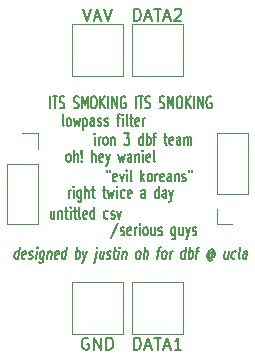
<source format=gbr>
%TF.GenerationSoftware,KiCad,Pcbnew,9.0.7*%
%TF.CreationDate,2026-01-27T19:55:09-08:00*%
%TF.ProjectId,gm_pogopin,676d5f70-6f67-46f7-9069-6e2e6b696361,rev?*%
%TF.SameCoordinates,Original*%
%TF.FileFunction,Legend,Top*%
%TF.FilePolarity,Positive*%
%FSLAX46Y46*%
G04 Gerber Fmt 4.6, Leading zero omitted, Abs format (unit mm)*
G04 Created by KiCad (PCBNEW 9.0.7) date 2026-01-27 19:55:09*
%MOMM*%
%LPD*%
G01*
G04 APERTURE LIST*
%ADD10C,0.140000*%
%ADD11C,0.175000*%
%ADD12C,0.150000*%
%ADD13C,0.120000*%
G04 APERTURE END LIST*
D10*
X149958769Y-88770339D02*
X149958769Y-88103672D01*
X149958769Y-88294148D02*
X149992103Y-88198910D01*
X149992103Y-88198910D02*
X150025436Y-88151291D01*
X150025436Y-88151291D02*
X150092103Y-88103672D01*
X150092103Y-88103672D02*
X150158769Y-88103672D01*
X150392102Y-88770339D02*
X150392102Y-88103672D01*
X150392102Y-87770339D02*
X150358769Y-87817958D01*
X150358769Y-87817958D02*
X150392102Y-87865577D01*
X150392102Y-87865577D02*
X150425436Y-87817958D01*
X150425436Y-87817958D02*
X150392102Y-87770339D01*
X150392102Y-87770339D02*
X150392102Y-87865577D01*
X151025435Y-88103672D02*
X151025435Y-88913196D01*
X151025435Y-88913196D02*
X150992102Y-89008434D01*
X150992102Y-89008434D02*
X150958769Y-89056053D01*
X150958769Y-89056053D02*
X150892102Y-89103672D01*
X150892102Y-89103672D02*
X150792102Y-89103672D01*
X150792102Y-89103672D02*
X150725435Y-89056053D01*
X151025435Y-88722720D02*
X150958769Y-88770339D01*
X150958769Y-88770339D02*
X150825435Y-88770339D01*
X150825435Y-88770339D02*
X150758769Y-88722720D01*
X150758769Y-88722720D02*
X150725435Y-88675100D01*
X150725435Y-88675100D02*
X150692102Y-88579862D01*
X150692102Y-88579862D02*
X150692102Y-88294148D01*
X150692102Y-88294148D02*
X150725435Y-88198910D01*
X150725435Y-88198910D02*
X150758769Y-88151291D01*
X150758769Y-88151291D02*
X150825435Y-88103672D01*
X150825435Y-88103672D02*
X150958769Y-88103672D01*
X150958769Y-88103672D02*
X151025435Y-88151291D01*
X151358768Y-88770339D02*
X151358768Y-87770339D01*
X151658768Y-88770339D02*
X151658768Y-88246529D01*
X151658768Y-88246529D02*
X151625435Y-88151291D01*
X151625435Y-88151291D02*
X151558768Y-88103672D01*
X151558768Y-88103672D02*
X151458768Y-88103672D01*
X151458768Y-88103672D02*
X151392102Y-88151291D01*
X151392102Y-88151291D02*
X151358768Y-88198910D01*
X151892101Y-88103672D02*
X152158768Y-88103672D01*
X151992101Y-87770339D02*
X151992101Y-88627481D01*
X151992101Y-88627481D02*
X152025435Y-88722720D01*
X152025435Y-88722720D02*
X152092101Y-88770339D01*
X152092101Y-88770339D02*
X152158768Y-88770339D01*
X152825434Y-88103672D02*
X153092101Y-88103672D01*
X152925434Y-87770339D02*
X152925434Y-88627481D01*
X152925434Y-88627481D02*
X152958768Y-88722720D01*
X152958768Y-88722720D02*
X153025434Y-88770339D01*
X153025434Y-88770339D02*
X153092101Y-88770339D01*
X153258768Y-88103672D02*
X153392101Y-88770339D01*
X153392101Y-88770339D02*
X153525434Y-88294148D01*
X153525434Y-88294148D02*
X153658768Y-88770339D01*
X153658768Y-88770339D02*
X153792101Y-88103672D01*
X154058767Y-88770339D02*
X154058767Y-88103672D01*
X154058767Y-87770339D02*
X154025434Y-87817958D01*
X154025434Y-87817958D02*
X154058767Y-87865577D01*
X154058767Y-87865577D02*
X154092101Y-87817958D01*
X154092101Y-87817958D02*
X154058767Y-87770339D01*
X154058767Y-87770339D02*
X154058767Y-87865577D01*
X154692100Y-88722720D02*
X154625434Y-88770339D01*
X154625434Y-88770339D02*
X154492100Y-88770339D01*
X154492100Y-88770339D02*
X154425434Y-88722720D01*
X154425434Y-88722720D02*
X154392100Y-88675100D01*
X154392100Y-88675100D02*
X154358767Y-88579862D01*
X154358767Y-88579862D02*
X154358767Y-88294148D01*
X154358767Y-88294148D02*
X154392100Y-88198910D01*
X154392100Y-88198910D02*
X154425434Y-88151291D01*
X154425434Y-88151291D02*
X154492100Y-88103672D01*
X154492100Y-88103672D02*
X154625434Y-88103672D01*
X154625434Y-88103672D02*
X154692100Y-88151291D01*
X155258767Y-88722720D02*
X155192100Y-88770339D01*
X155192100Y-88770339D02*
X155058767Y-88770339D01*
X155058767Y-88770339D02*
X154992100Y-88722720D01*
X154992100Y-88722720D02*
X154958767Y-88627481D01*
X154958767Y-88627481D02*
X154958767Y-88246529D01*
X154958767Y-88246529D02*
X154992100Y-88151291D01*
X154992100Y-88151291D02*
X155058767Y-88103672D01*
X155058767Y-88103672D02*
X155192100Y-88103672D01*
X155192100Y-88103672D02*
X155258767Y-88151291D01*
X155258767Y-88151291D02*
X155292100Y-88246529D01*
X155292100Y-88246529D02*
X155292100Y-88341767D01*
X155292100Y-88341767D02*
X154958767Y-88437005D01*
X156425433Y-88770339D02*
X156425433Y-88246529D01*
X156425433Y-88246529D02*
X156392100Y-88151291D01*
X156392100Y-88151291D02*
X156325433Y-88103672D01*
X156325433Y-88103672D02*
X156192100Y-88103672D01*
X156192100Y-88103672D02*
X156125433Y-88151291D01*
X156425433Y-88722720D02*
X156358767Y-88770339D01*
X156358767Y-88770339D02*
X156192100Y-88770339D01*
X156192100Y-88770339D02*
X156125433Y-88722720D01*
X156125433Y-88722720D02*
X156092100Y-88627481D01*
X156092100Y-88627481D02*
X156092100Y-88532243D01*
X156092100Y-88532243D02*
X156125433Y-88437005D01*
X156125433Y-88437005D02*
X156192100Y-88389386D01*
X156192100Y-88389386D02*
X156358767Y-88389386D01*
X156358767Y-88389386D02*
X156425433Y-88341767D01*
X157592099Y-88770339D02*
X157592099Y-87770339D01*
X157592099Y-88722720D02*
X157525433Y-88770339D01*
X157525433Y-88770339D02*
X157392099Y-88770339D01*
X157392099Y-88770339D02*
X157325433Y-88722720D01*
X157325433Y-88722720D02*
X157292099Y-88675100D01*
X157292099Y-88675100D02*
X157258766Y-88579862D01*
X157258766Y-88579862D02*
X157258766Y-88294148D01*
X157258766Y-88294148D02*
X157292099Y-88198910D01*
X157292099Y-88198910D02*
X157325433Y-88151291D01*
X157325433Y-88151291D02*
X157392099Y-88103672D01*
X157392099Y-88103672D02*
X157525433Y-88103672D01*
X157525433Y-88103672D02*
X157592099Y-88151291D01*
X158225432Y-88770339D02*
X158225432Y-88246529D01*
X158225432Y-88246529D02*
X158192099Y-88151291D01*
X158192099Y-88151291D02*
X158125432Y-88103672D01*
X158125432Y-88103672D02*
X157992099Y-88103672D01*
X157992099Y-88103672D02*
X157925432Y-88151291D01*
X158225432Y-88722720D02*
X158158766Y-88770339D01*
X158158766Y-88770339D02*
X157992099Y-88770339D01*
X157992099Y-88770339D02*
X157925432Y-88722720D01*
X157925432Y-88722720D02*
X157892099Y-88627481D01*
X157892099Y-88627481D02*
X157892099Y-88532243D01*
X157892099Y-88532243D02*
X157925432Y-88437005D01*
X157925432Y-88437005D02*
X157992099Y-88389386D01*
X157992099Y-88389386D02*
X158158766Y-88389386D01*
X158158766Y-88389386D02*
X158225432Y-88341767D01*
X158492099Y-88103672D02*
X158658765Y-88770339D01*
X158825432Y-88103672D02*
X158658765Y-88770339D01*
X158658765Y-88770339D02*
X158592099Y-89008434D01*
X158592099Y-89008434D02*
X158558765Y-89056053D01*
X158558765Y-89056053D02*
X158492099Y-89103672D01*
X153175436Y-86370339D02*
X153175436Y-86560815D01*
X153442103Y-86370339D02*
X153442103Y-86560815D01*
X154008769Y-87322720D02*
X153942102Y-87370339D01*
X153942102Y-87370339D02*
X153808769Y-87370339D01*
X153808769Y-87370339D02*
X153742102Y-87322720D01*
X153742102Y-87322720D02*
X153708769Y-87227481D01*
X153708769Y-87227481D02*
X153708769Y-86846529D01*
X153708769Y-86846529D02*
X153742102Y-86751291D01*
X153742102Y-86751291D02*
X153808769Y-86703672D01*
X153808769Y-86703672D02*
X153942102Y-86703672D01*
X153942102Y-86703672D02*
X154008769Y-86751291D01*
X154008769Y-86751291D02*
X154042102Y-86846529D01*
X154042102Y-86846529D02*
X154042102Y-86941767D01*
X154042102Y-86941767D02*
X153708769Y-87037005D01*
X154275436Y-86703672D02*
X154442102Y-87370339D01*
X154442102Y-87370339D02*
X154608769Y-86703672D01*
X154875435Y-87370339D02*
X154875435Y-86703672D01*
X154875435Y-86370339D02*
X154842102Y-86417958D01*
X154842102Y-86417958D02*
X154875435Y-86465577D01*
X154875435Y-86465577D02*
X154908769Y-86417958D01*
X154908769Y-86417958D02*
X154875435Y-86370339D01*
X154875435Y-86370339D02*
X154875435Y-86465577D01*
X155308768Y-87370339D02*
X155242102Y-87322720D01*
X155242102Y-87322720D02*
X155208768Y-87227481D01*
X155208768Y-87227481D02*
X155208768Y-86370339D01*
X156108768Y-87370339D02*
X156108768Y-86370339D01*
X156175435Y-86989386D02*
X156375435Y-87370339D01*
X156375435Y-86703672D02*
X156108768Y-87084624D01*
X156775435Y-87370339D02*
X156708769Y-87322720D01*
X156708769Y-87322720D02*
X156675435Y-87275100D01*
X156675435Y-87275100D02*
X156642102Y-87179862D01*
X156642102Y-87179862D02*
X156642102Y-86894148D01*
X156642102Y-86894148D02*
X156675435Y-86798910D01*
X156675435Y-86798910D02*
X156708769Y-86751291D01*
X156708769Y-86751291D02*
X156775435Y-86703672D01*
X156775435Y-86703672D02*
X156875435Y-86703672D01*
X156875435Y-86703672D02*
X156942102Y-86751291D01*
X156942102Y-86751291D02*
X156975435Y-86798910D01*
X156975435Y-86798910D02*
X157008769Y-86894148D01*
X157008769Y-86894148D02*
X157008769Y-87179862D01*
X157008769Y-87179862D02*
X156975435Y-87275100D01*
X156975435Y-87275100D02*
X156942102Y-87322720D01*
X156942102Y-87322720D02*
X156875435Y-87370339D01*
X156875435Y-87370339D02*
X156775435Y-87370339D01*
X157308768Y-87370339D02*
X157308768Y-86703672D01*
X157308768Y-86894148D02*
X157342102Y-86798910D01*
X157342102Y-86798910D02*
X157375435Y-86751291D01*
X157375435Y-86751291D02*
X157442102Y-86703672D01*
X157442102Y-86703672D02*
X157508768Y-86703672D01*
X158008768Y-87322720D02*
X157942101Y-87370339D01*
X157942101Y-87370339D02*
X157808768Y-87370339D01*
X157808768Y-87370339D02*
X157742101Y-87322720D01*
X157742101Y-87322720D02*
X157708768Y-87227481D01*
X157708768Y-87227481D02*
X157708768Y-86846529D01*
X157708768Y-86846529D02*
X157742101Y-86751291D01*
X157742101Y-86751291D02*
X157808768Y-86703672D01*
X157808768Y-86703672D02*
X157942101Y-86703672D01*
X157942101Y-86703672D02*
X158008768Y-86751291D01*
X158008768Y-86751291D02*
X158042101Y-86846529D01*
X158042101Y-86846529D02*
X158042101Y-86941767D01*
X158042101Y-86941767D02*
X157708768Y-87037005D01*
X158642101Y-87370339D02*
X158642101Y-86846529D01*
X158642101Y-86846529D02*
X158608768Y-86751291D01*
X158608768Y-86751291D02*
X158542101Y-86703672D01*
X158542101Y-86703672D02*
X158408768Y-86703672D01*
X158408768Y-86703672D02*
X158342101Y-86751291D01*
X158642101Y-87322720D02*
X158575435Y-87370339D01*
X158575435Y-87370339D02*
X158408768Y-87370339D01*
X158408768Y-87370339D02*
X158342101Y-87322720D01*
X158342101Y-87322720D02*
X158308768Y-87227481D01*
X158308768Y-87227481D02*
X158308768Y-87132243D01*
X158308768Y-87132243D02*
X158342101Y-87037005D01*
X158342101Y-87037005D02*
X158408768Y-86989386D01*
X158408768Y-86989386D02*
X158575435Y-86989386D01*
X158575435Y-86989386D02*
X158642101Y-86941767D01*
X158975434Y-86703672D02*
X158975434Y-87370339D01*
X158975434Y-86798910D02*
X159008768Y-86751291D01*
X159008768Y-86751291D02*
X159075434Y-86703672D01*
X159075434Y-86703672D02*
X159175434Y-86703672D01*
X159175434Y-86703672D02*
X159242101Y-86751291D01*
X159242101Y-86751291D02*
X159275434Y-86846529D01*
X159275434Y-86846529D02*
X159275434Y-87370339D01*
X159575434Y-87322720D02*
X159642101Y-87370339D01*
X159642101Y-87370339D02*
X159775434Y-87370339D01*
X159775434Y-87370339D02*
X159842101Y-87322720D01*
X159842101Y-87322720D02*
X159875434Y-87227481D01*
X159875434Y-87227481D02*
X159875434Y-87179862D01*
X159875434Y-87179862D02*
X159842101Y-87084624D01*
X159842101Y-87084624D02*
X159775434Y-87037005D01*
X159775434Y-87037005D02*
X159675434Y-87037005D01*
X159675434Y-87037005D02*
X159608767Y-86989386D01*
X159608767Y-86989386D02*
X159575434Y-86894148D01*
X159575434Y-86894148D02*
X159575434Y-86846529D01*
X159575434Y-86846529D02*
X159608767Y-86751291D01*
X159608767Y-86751291D02*
X159675434Y-86703672D01*
X159675434Y-86703672D02*
X159775434Y-86703672D01*
X159775434Y-86703672D02*
X159842101Y-86751291D01*
X160142101Y-86370339D02*
X160142101Y-86560815D01*
X160408768Y-86370339D02*
X160408768Y-86560815D01*
D11*
X145675843Y-93918519D02*
X145800843Y-92918519D01*
X145681795Y-93870900D02*
X145609176Y-93918519D01*
X145609176Y-93918519D02*
X145475843Y-93918519D01*
X145475843Y-93918519D02*
X145415129Y-93870900D01*
X145415129Y-93870900D02*
X145387748Y-93823280D01*
X145387748Y-93823280D02*
X145366319Y-93728042D01*
X145366319Y-93728042D02*
X145402033Y-93442328D01*
X145402033Y-93442328D02*
X145447271Y-93347090D01*
X145447271Y-93347090D02*
X145486557Y-93299471D01*
X145486557Y-93299471D02*
X145559176Y-93251852D01*
X145559176Y-93251852D02*
X145692509Y-93251852D01*
X145692509Y-93251852D02*
X145753224Y-93299471D01*
X146281795Y-93870900D02*
X146209176Y-93918519D01*
X146209176Y-93918519D02*
X146075842Y-93918519D01*
X146075842Y-93918519D02*
X146015128Y-93870900D01*
X146015128Y-93870900D02*
X145993700Y-93775661D01*
X145993700Y-93775661D02*
X146041319Y-93394709D01*
X146041319Y-93394709D02*
X146086557Y-93299471D01*
X146086557Y-93299471D02*
X146159176Y-93251852D01*
X146159176Y-93251852D02*
X146292509Y-93251852D01*
X146292509Y-93251852D02*
X146353223Y-93299471D01*
X146353223Y-93299471D02*
X146374652Y-93394709D01*
X146374652Y-93394709D02*
X146362747Y-93489947D01*
X146362747Y-93489947D02*
X146017509Y-93585185D01*
X146581795Y-93870900D02*
X146642509Y-93918519D01*
X146642509Y-93918519D02*
X146775842Y-93918519D01*
X146775842Y-93918519D02*
X146848462Y-93870900D01*
X146848462Y-93870900D02*
X146893700Y-93775661D01*
X146893700Y-93775661D02*
X146899652Y-93728042D01*
X146899652Y-93728042D02*
X146878223Y-93632804D01*
X146878223Y-93632804D02*
X146817509Y-93585185D01*
X146817509Y-93585185D02*
X146717509Y-93585185D01*
X146717509Y-93585185D02*
X146656795Y-93537566D01*
X146656795Y-93537566D02*
X146635366Y-93442328D01*
X146635366Y-93442328D02*
X146641319Y-93394709D01*
X146641319Y-93394709D02*
X146686557Y-93299471D01*
X146686557Y-93299471D02*
X146759176Y-93251852D01*
X146759176Y-93251852D02*
X146859176Y-93251852D01*
X146859176Y-93251852D02*
X146919890Y-93299471D01*
X147175843Y-93918519D02*
X147259176Y-93251852D01*
X147300843Y-92918519D02*
X147261557Y-92966138D01*
X147261557Y-92966138D02*
X147288938Y-93013757D01*
X147288938Y-93013757D02*
X147328224Y-92966138D01*
X147328224Y-92966138D02*
X147300843Y-92918519D01*
X147300843Y-92918519D02*
X147288938Y-93013757D01*
X147892509Y-93251852D02*
X147791319Y-94061376D01*
X147791319Y-94061376D02*
X147746081Y-94156614D01*
X147746081Y-94156614D02*
X147706795Y-94204233D01*
X147706795Y-94204233D02*
X147634176Y-94251852D01*
X147634176Y-94251852D02*
X147534176Y-94251852D01*
X147534176Y-94251852D02*
X147473462Y-94204233D01*
X147815128Y-93870900D02*
X147742509Y-93918519D01*
X147742509Y-93918519D02*
X147609176Y-93918519D01*
X147609176Y-93918519D02*
X147548462Y-93870900D01*
X147548462Y-93870900D02*
X147521081Y-93823280D01*
X147521081Y-93823280D02*
X147499652Y-93728042D01*
X147499652Y-93728042D02*
X147535366Y-93442328D01*
X147535366Y-93442328D02*
X147580604Y-93347090D01*
X147580604Y-93347090D02*
X147619890Y-93299471D01*
X147619890Y-93299471D02*
X147692509Y-93251852D01*
X147692509Y-93251852D02*
X147825842Y-93251852D01*
X147825842Y-93251852D02*
X147886557Y-93299471D01*
X148225842Y-93251852D02*
X148142509Y-93918519D01*
X148213937Y-93347090D02*
X148253223Y-93299471D01*
X148253223Y-93299471D02*
X148325842Y-93251852D01*
X148325842Y-93251852D02*
X148425842Y-93251852D01*
X148425842Y-93251852D02*
X148486556Y-93299471D01*
X148486556Y-93299471D02*
X148507985Y-93394709D01*
X148507985Y-93394709D02*
X148442509Y-93918519D01*
X149048461Y-93870900D02*
X148975842Y-93918519D01*
X148975842Y-93918519D02*
X148842508Y-93918519D01*
X148842508Y-93918519D02*
X148781794Y-93870900D01*
X148781794Y-93870900D02*
X148760366Y-93775661D01*
X148760366Y-93775661D02*
X148807985Y-93394709D01*
X148807985Y-93394709D02*
X148853223Y-93299471D01*
X148853223Y-93299471D02*
X148925842Y-93251852D01*
X148925842Y-93251852D02*
X149059175Y-93251852D01*
X149059175Y-93251852D02*
X149119889Y-93299471D01*
X149119889Y-93299471D02*
X149141318Y-93394709D01*
X149141318Y-93394709D02*
X149129413Y-93489947D01*
X149129413Y-93489947D02*
X148784175Y-93585185D01*
X149675842Y-93918519D02*
X149800842Y-92918519D01*
X149681794Y-93870900D02*
X149609175Y-93918519D01*
X149609175Y-93918519D02*
X149475842Y-93918519D01*
X149475842Y-93918519D02*
X149415128Y-93870900D01*
X149415128Y-93870900D02*
X149387747Y-93823280D01*
X149387747Y-93823280D02*
X149366318Y-93728042D01*
X149366318Y-93728042D02*
X149402032Y-93442328D01*
X149402032Y-93442328D02*
X149447270Y-93347090D01*
X149447270Y-93347090D02*
X149486556Y-93299471D01*
X149486556Y-93299471D02*
X149559175Y-93251852D01*
X149559175Y-93251852D02*
X149692508Y-93251852D01*
X149692508Y-93251852D02*
X149753223Y-93299471D01*
X150542508Y-93918519D02*
X150667508Y-92918519D01*
X150619889Y-93299471D02*
X150692508Y-93251852D01*
X150692508Y-93251852D02*
X150825841Y-93251852D01*
X150825841Y-93251852D02*
X150886555Y-93299471D01*
X150886555Y-93299471D02*
X150913936Y-93347090D01*
X150913936Y-93347090D02*
X150935365Y-93442328D01*
X150935365Y-93442328D02*
X150899651Y-93728042D01*
X150899651Y-93728042D02*
X150854413Y-93823280D01*
X150854413Y-93823280D02*
X150815127Y-93870900D01*
X150815127Y-93870900D02*
X150742508Y-93918519D01*
X150742508Y-93918519D02*
X150609174Y-93918519D01*
X150609174Y-93918519D02*
X150548460Y-93870900D01*
X151192507Y-93251852D02*
X151275841Y-93918519D01*
X151525841Y-93251852D02*
X151275841Y-93918519D01*
X151275841Y-93918519D02*
X151179412Y-94156614D01*
X151179412Y-94156614D02*
X151140127Y-94204233D01*
X151140127Y-94204233D02*
X151067507Y-94251852D01*
X152325840Y-93251852D02*
X152218697Y-94108995D01*
X152218697Y-94108995D02*
X152173459Y-94204233D01*
X152173459Y-94204233D02*
X152100840Y-94251852D01*
X152100840Y-94251852D02*
X152067507Y-94251852D01*
X152367507Y-92918519D02*
X152328221Y-92966138D01*
X152328221Y-92966138D02*
X152355602Y-93013757D01*
X152355602Y-93013757D02*
X152394888Y-92966138D01*
X152394888Y-92966138D02*
X152367507Y-92918519D01*
X152367507Y-92918519D02*
X152355602Y-93013757D01*
X152959173Y-93251852D02*
X152875840Y-93918519D01*
X152659173Y-93251852D02*
X152593697Y-93775661D01*
X152593697Y-93775661D02*
X152615126Y-93870900D01*
X152615126Y-93870900D02*
X152675840Y-93918519D01*
X152675840Y-93918519D02*
X152775840Y-93918519D01*
X152775840Y-93918519D02*
X152848459Y-93870900D01*
X152848459Y-93870900D02*
X152887745Y-93823280D01*
X153181792Y-93870900D02*
X153242506Y-93918519D01*
X153242506Y-93918519D02*
X153375839Y-93918519D01*
X153375839Y-93918519D02*
X153448459Y-93870900D01*
X153448459Y-93870900D02*
X153493697Y-93775661D01*
X153493697Y-93775661D02*
X153499649Y-93728042D01*
X153499649Y-93728042D02*
X153478220Y-93632804D01*
X153478220Y-93632804D02*
X153417506Y-93585185D01*
X153417506Y-93585185D02*
X153317506Y-93585185D01*
X153317506Y-93585185D02*
X153256792Y-93537566D01*
X153256792Y-93537566D02*
X153235363Y-93442328D01*
X153235363Y-93442328D02*
X153241316Y-93394709D01*
X153241316Y-93394709D02*
X153286554Y-93299471D01*
X153286554Y-93299471D02*
X153359173Y-93251852D01*
X153359173Y-93251852D02*
X153459173Y-93251852D01*
X153459173Y-93251852D02*
X153519887Y-93299471D01*
X153759173Y-93251852D02*
X154025840Y-93251852D01*
X153900840Y-92918519D02*
X153793697Y-93775661D01*
X153793697Y-93775661D02*
X153815126Y-93870900D01*
X153815126Y-93870900D02*
X153875840Y-93918519D01*
X153875840Y-93918519D02*
X153942506Y-93918519D01*
X154175840Y-93918519D02*
X154259173Y-93251852D01*
X154300840Y-92918519D02*
X154261554Y-92966138D01*
X154261554Y-92966138D02*
X154288935Y-93013757D01*
X154288935Y-93013757D02*
X154328221Y-92966138D01*
X154328221Y-92966138D02*
X154300840Y-92918519D01*
X154300840Y-92918519D02*
X154288935Y-93013757D01*
X154592506Y-93251852D02*
X154509173Y-93918519D01*
X154580601Y-93347090D02*
X154619887Y-93299471D01*
X154619887Y-93299471D02*
X154692506Y-93251852D01*
X154692506Y-93251852D02*
X154792506Y-93251852D01*
X154792506Y-93251852D02*
X154853220Y-93299471D01*
X154853220Y-93299471D02*
X154874649Y-93394709D01*
X154874649Y-93394709D02*
X154809173Y-93918519D01*
X155775839Y-93918519D02*
X155715125Y-93870900D01*
X155715125Y-93870900D02*
X155687744Y-93823280D01*
X155687744Y-93823280D02*
X155666315Y-93728042D01*
X155666315Y-93728042D02*
X155702029Y-93442328D01*
X155702029Y-93442328D02*
X155747267Y-93347090D01*
X155747267Y-93347090D02*
X155786553Y-93299471D01*
X155786553Y-93299471D02*
X155859172Y-93251852D01*
X155859172Y-93251852D02*
X155959172Y-93251852D01*
X155959172Y-93251852D02*
X156019886Y-93299471D01*
X156019886Y-93299471D02*
X156047267Y-93347090D01*
X156047267Y-93347090D02*
X156068696Y-93442328D01*
X156068696Y-93442328D02*
X156032982Y-93728042D01*
X156032982Y-93728042D02*
X155987744Y-93823280D01*
X155987744Y-93823280D02*
X155948458Y-93870900D01*
X155948458Y-93870900D02*
X155875839Y-93918519D01*
X155875839Y-93918519D02*
X155775839Y-93918519D01*
X156309172Y-93918519D02*
X156434172Y-92918519D01*
X156609172Y-93918519D02*
X156674648Y-93394709D01*
X156674648Y-93394709D02*
X156653219Y-93299471D01*
X156653219Y-93299471D02*
X156592505Y-93251852D01*
X156592505Y-93251852D02*
X156492505Y-93251852D01*
X156492505Y-93251852D02*
X156419886Y-93299471D01*
X156419886Y-93299471D02*
X156380600Y-93347090D01*
X157459171Y-93251852D02*
X157725838Y-93251852D01*
X157475838Y-93918519D02*
X157582981Y-93061376D01*
X157582981Y-93061376D02*
X157628219Y-92966138D01*
X157628219Y-92966138D02*
X157700838Y-92918519D01*
X157700838Y-92918519D02*
X157767504Y-92918519D01*
X157975838Y-93918519D02*
X157915124Y-93870900D01*
X157915124Y-93870900D02*
X157887743Y-93823280D01*
X157887743Y-93823280D02*
X157866314Y-93728042D01*
X157866314Y-93728042D02*
X157902028Y-93442328D01*
X157902028Y-93442328D02*
X157947266Y-93347090D01*
X157947266Y-93347090D02*
X157986552Y-93299471D01*
X157986552Y-93299471D02*
X158059171Y-93251852D01*
X158059171Y-93251852D02*
X158159171Y-93251852D01*
X158159171Y-93251852D02*
X158219885Y-93299471D01*
X158219885Y-93299471D02*
X158247266Y-93347090D01*
X158247266Y-93347090D02*
X158268695Y-93442328D01*
X158268695Y-93442328D02*
X158232981Y-93728042D01*
X158232981Y-93728042D02*
X158187743Y-93823280D01*
X158187743Y-93823280D02*
X158148457Y-93870900D01*
X158148457Y-93870900D02*
X158075838Y-93918519D01*
X158075838Y-93918519D02*
X157975838Y-93918519D01*
X158509171Y-93918519D02*
X158592504Y-93251852D01*
X158568695Y-93442328D02*
X158613933Y-93347090D01*
X158613933Y-93347090D02*
X158653218Y-93299471D01*
X158653218Y-93299471D02*
X158725837Y-93251852D01*
X158725837Y-93251852D02*
X158792504Y-93251852D01*
X159775837Y-93918519D02*
X159900837Y-92918519D01*
X159781789Y-93870900D02*
X159709170Y-93918519D01*
X159709170Y-93918519D02*
X159575837Y-93918519D01*
X159575837Y-93918519D02*
X159515123Y-93870900D01*
X159515123Y-93870900D02*
X159487742Y-93823280D01*
X159487742Y-93823280D02*
X159466313Y-93728042D01*
X159466313Y-93728042D02*
X159502027Y-93442328D01*
X159502027Y-93442328D02*
X159547265Y-93347090D01*
X159547265Y-93347090D02*
X159586551Y-93299471D01*
X159586551Y-93299471D02*
X159659170Y-93251852D01*
X159659170Y-93251852D02*
X159792503Y-93251852D01*
X159792503Y-93251852D02*
X159853218Y-93299471D01*
X160109170Y-93918519D02*
X160234170Y-92918519D01*
X160186551Y-93299471D02*
X160259170Y-93251852D01*
X160259170Y-93251852D02*
X160392503Y-93251852D01*
X160392503Y-93251852D02*
X160453217Y-93299471D01*
X160453217Y-93299471D02*
X160480598Y-93347090D01*
X160480598Y-93347090D02*
X160502027Y-93442328D01*
X160502027Y-93442328D02*
X160466313Y-93728042D01*
X160466313Y-93728042D02*
X160421075Y-93823280D01*
X160421075Y-93823280D02*
X160381789Y-93870900D01*
X160381789Y-93870900D02*
X160309170Y-93918519D01*
X160309170Y-93918519D02*
X160175836Y-93918519D01*
X160175836Y-93918519D02*
X160115122Y-93870900D01*
X160725836Y-93251852D02*
X160992503Y-93251852D01*
X160742503Y-93918519D02*
X160849646Y-93061376D01*
X160849646Y-93061376D02*
X160894884Y-92966138D01*
X160894884Y-92966138D02*
X160967503Y-92918519D01*
X160967503Y-92918519D02*
X161034169Y-92918519D01*
X162168693Y-93442328D02*
X162141312Y-93394709D01*
X162141312Y-93394709D02*
X162080598Y-93347090D01*
X162080598Y-93347090D02*
X162013931Y-93347090D01*
X162013931Y-93347090D02*
X161941312Y-93394709D01*
X161941312Y-93394709D02*
X161902026Y-93442328D01*
X161902026Y-93442328D02*
X161856788Y-93537566D01*
X161856788Y-93537566D02*
X161844883Y-93632804D01*
X161844883Y-93632804D02*
X161866312Y-93728042D01*
X161866312Y-93728042D02*
X161893693Y-93775661D01*
X161893693Y-93775661D02*
X161954407Y-93823280D01*
X161954407Y-93823280D02*
X162021074Y-93823280D01*
X162021074Y-93823280D02*
X162093693Y-93775661D01*
X162093693Y-93775661D02*
X162132979Y-93728042D01*
X162180598Y-93347090D02*
X162132979Y-93728042D01*
X162132979Y-93728042D02*
X162160360Y-93775661D01*
X162160360Y-93775661D02*
X162193693Y-93775661D01*
X162193693Y-93775661D02*
X162266312Y-93728042D01*
X162266312Y-93728042D02*
X162311550Y-93632804D01*
X162311550Y-93632804D02*
X162341312Y-93394709D01*
X162341312Y-93394709D02*
X162292502Y-93251852D01*
X162292502Y-93251852D02*
X162204407Y-93156614D01*
X162204407Y-93156614D02*
X162077026Y-93108995D01*
X162077026Y-93108995D02*
X161937741Y-93156614D01*
X161937741Y-93156614D02*
X161825836Y-93251852D01*
X161825836Y-93251852D02*
X161741312Y-93394709D01*
X161741312Y-93394709D02*
X161684169Y-93585185D01*
X161684169Y-93585185D02*
X161693693Y-93775661D01*
X161693693Y-93775661D02*
X161742502Y-93918519D01*
X161742502Y-93918519D02*
X161830598Y-94013757D01*
X161830598Y-94013757D02*
X161957979Y-94061376D01*
X161957979Y-94061376D02*
X162097264Y-94013757D01*
X162097264Y-94013757D02*
X162209169Y-93918519D01*
X163492502Y-93251852D02*
X163409169Y-93918519D01*
X163192502Y-93251852D02*
X163127026Y-93775661D01*
X163127026Y-93775661D02*
X163148455Y-93870900D01*
X163148455Y-93870900D02*
X163209169Y-93918519D01*
X163209169Y-93918519D02*
X163309169Y-93918519D01*
X163309169Y-93918519D02*
X163381788Y-93870900D01*
X163381788Y-93870900D02*
X163421074Y-93823280D01*
X164048454Y-93870900D02*
X163975835Y-93918519D01*
X163975835Y-93918519D02*
X163842502Y-93918519D01*
X163842502Y-93918519D02*
X163781788Y-93870900D01*
X163781788Y-93870900D02*
X163754407Y-93823280D01*
X163754407Y-93823280D02*
X163732978Y-93728042D01*
X163732978Y-93728042D02*
X163768692Y-93442328D01*
X163768692Y-93442328D02*
X163813930Y-93347090D01*
X163813930Y-93347090D02*
X163853216Y-93299471D01*
X163853216Y-93299471D02*
X163925835Y-93251852D01*
X163925835Y-93251852D02*
X164059168Y-93251852D01*
X164059168Y-93251852D02*
X164119883Y-93299471D01*
X164442502Y-93918519D02*
X164381788Y-93870900D01*
X164381788Y-93870900D02*
X164360359Y-93775661D01*
X164360359Y-93775661D02*
X164467502Y-92918519D01*
X165009169Y-93918519D02*
X165074645Y-93394709D01*
X165074645Y-93394709D02*
X165053216Y-93299471D01*
X165053216Y-93299471D02*
X164992502Y-93251852D01*
X164992502Y-93251852D02*
X164859169Y-93251852D01*
X164859169Y-93251852D02*
X164786550Y-93299471D01*
X165015121Y-93870900D02*
X164942502Y-93918519D01*
X164942502Y-93918519D02*
X164775835Y-93918519D01*
X164775835Y-93918519D02*
X164715121Y-93870900D01*
X164715121Y-93870900D02*
X164693693Y-93775661D01*
X164693693Y-93775661D02*
X164705597Y-93680423D01*
X164705597Y-93680423D02*
X164750835Y-93585185D01*
X164750835Y-93585185D02*
X164823455Y-93537566D01*
X164823455Y-93537566D02*
X164990121Y-93537566D01*
X164990121Y-93537566D02*
X165062740Y-93489947D01*
D10*
X149908769Y-85720339D02*
X149842103Y-85672720D01*
X149842103Y-85672720D02*
X149808769Y-85625100D01*
X149808769Y-85625100D02*
X149775436Y-85529862D01*
X149775436Y-85529862D02*
X149775436Y-85244148D01*
X149775436Y-85244148D02*
X149808769Y-85148910D01*
X149808769Y-85148910D02*
X149842103Y-85101291D01*
X149842103Y-85101291D02*
X149908769Y-85053672D01*
X149908769Y-85053672D02*
X150008769Y-85053672D01*
X150008769Y-85053672D02*
X150075436Y-85101291D01*
X150075436Y-85101291D02*
X150108769Y-85148910D01*
X150108769Y-85148910D02*
X150142103Y-85244148D01*
X150142103Y-85244148D02*
X150142103Y-85529862D01*
X150142103Y-85529862D02*
X150108769Y-85625100D01*
X150108769Y-85625100D02*
X150075436Y-85672720D01*
X150075436Y-85672720D02*
X150008769Y-85720339D01*
X150008769Y-85720339D02*
X149908769Y-85720339D01*
X150442102Y-85720339D02*
X150442102Y-84720339D01*
X150742102Y-85720339D02*
X150742102Y-85196529D01*
X150742102Y-85196529D02*
X150708769Y-85101291D01*
X150708769Y-85101291D02*
X150642102Y-85053672D01*
X150642102Y-85053672D02*
X150542102Y-85053672D01*
X150542102Y-85053672D02*
X150475436Y-85101291D01*
X150475436Y-85101291D02*
X150442102Y-85148910D01*
X151075435Y-85625100D02*
X151108769Y-85672720D01*
X151108769Y-85672720D02*
X151075435Y-85720339D01*
X151075435Y-85720339D02*
X151042102Y-85672720D01*
X151042102Y-85672720D02*
X151075435Y-85625100D01*
X151075435Y-85625100D02*
X151075435Y-85720339D01*
X151075435Y-85339386D02*
X151042102Y-84767958D01*
X151042102Y-84767958D02*
X151075435Y-84720339D01*
X151075435Y-84720339D02*
X151108769Y-84767958D01*
X151108769Y-84767958D02*
X151075435Y-85339386D01*
X151075435Y-85339386D02*
X151075435Y-84720339D01*
X151942101Y-85720339D02*
X151942101Y-84720339D01*
X152242101Y-85720339D02*
X152242101Y-85196529D01*
X152242101Y-85196529D02*
X152208768Y-85101291D01*
X152208768Y-85101291D02*
X152142101Y-85053672D01*
X152142101Y-85053672D02*
X152042101Y-85053672D01*
X152042101Y-85053672D02*
X151975435Y-85101291D01*
X151975435Y-85101291D02*
X151942101Y-85148910D01*
X152842101Y-85672720D02*
X152775434Y-85720339D01*
X152775434Y-85720339D02*
X152642101Y-85720339D01*
X152642101Y-85720339D02*
X152575434Y-85672720D01*
X152575434Y-85672720D02*
X152542101Y-85577481D01*
X152542101Y-85577481D02*
X152542101Y-85196529D01*
X152542101Y-85196529D02*
X152575434Y-85101291D01*
X152575434Y-85101291D02*
X152642101Y-85053672D01*
X152642101Y-85053672D02*
X152775434Y-85053672D01*
X152775434Y-85053672D02*
X152842101Y-85101291D01*
X152842101Y-85101291D02*
X152875434Y-85196529D01*
X152875434Y-85196529D02*
X152875434Y-85291767D01*
X152875434Y-85291767D02*
X152542101Y-85387005D01*
X153108768Y-85053672D02*
X153275434Y-85720339D01*
X153442101Y-85053672D02*
X153275434Y-85720339D01*
X153275434Y-85720339D02*
X153208768Y-85958434D01*
X153208768Y-85958434D02*
X153175434Y-86006053D01*
X153175434Y-86006053D02*
X153108768Y-86053672D01*
X154175434Y-85053672D02*
X154308767Y-85720339D01*
X154308767Y-85720339D02*
X154442100Y-85244148D01*
X154442100Y-85244148D02*
X154575434Y-85720339D01*
X154575434Y-85720339D02*
X154708767Y-85053672D01*
X155275433Y-85720339D02*
X155275433Y-85196529D01*
X155275433Y-85196529D02*
X155242100Y-85101291D01*
X155242100Y-85101291D02*
X155175433Y-85053672D01*
X155175433Y-85053672D02*
X155042100Y-85053672D01*
X155042100Y-85053672D02*
X154975433Y-85101291D01*
X155275433Y-85672720D02*
X155208767Y-85720339D01*
X155208767Y-85720339D02*
X155042100Y-85720339D01*
X155042100Y-85720339D02*
X154975433Y-85672720D01*
X154975433Y-85672720D02*
X154942100Y-85577481D01*
X154942100Y-85577481D02*
X154942100Y-85482243D01*
X154942100Y-85482243D02*
X154975433Y-85387005D01*
X154975433Y-85387005D02*
X155042100Y-85339386D01*
X155042100Y-85339386D02*
X155208767Y-85339386D01*
X155208767Y-85339386D02*
X155275433Y-85291767D01*
X155608766Y-85053672D02*
X155608766Y-85720339D01*
X155608766Y-85148910D02*
X155642100Y-85101291D01*
X155642100Y-85101291D02*
X155708766Y-85053672D01*
X155708766Y-85053672D02*
X155808766Y-85053672D01*
X155808766Y-85053672D02*
X155875433Y-85101291D01*
X155875433Y-85101291D02*
X155908766Y-85196529D01*
X155908766Y-85196529D02*
X155908766Y-85720339D01*
X156242099Y-85720339D02*
X156242099Y-85053672D01*
X156242099Y-84720339D02*
X156208766Y-84767958D01*
X156208766Y-84767958D02*
X156242099Y-84815577D01*
X156242099Y-84815577D02*
X156275433Y-84767958D01*
X156275433Y-84767958D02*
X156242099Y-84720339D01*
X156242099Y-84720339D02*
X156242099Y-84815577D01*
X156842099Y-85672720D02*
X156775432Y-85720339D01*
X156775432Y-85720339D02*
X156642099Y-85720339D01*
X156642099Y-85720339D02*
X156575432Y-85672720D01*
X156575432Y-85672720D02*
X156542099Y-85577481D01*
X156542099Y-85577481D02*
X156542099Y-85196529D01*
X156542099Y-85196529D02*
X156575432Y-85101291D01*
X156575432Y-85101291D02*
X156642099Y-85053672D01*
X156642099Y-85053672D02*
X156775432Y-85053672D01*
X156775432Y-85053672D02*
X156842099Y-85101291D01*
X156842099Y-85101291D02*
X156875432Y-85196529D01*
X156875432Y-85196529D02*
X156875432Y-85291767D01*
X156875432Y-85291767D02*
X156542099Y-85387005D01*
X157275432Y-85720339D02*
X157208766Y-85672720D01*
X157208766Y-85672720D02*
X157175432Y-85577481D01*
X157175432Y-85577481D02*
X157175432Y-84720339D01*
X148758769Y-89853672D02*
X148758769Y-90520339D01*
X148458769Y-89853672D02*
X148458769Y-90377481D01*
X148458769Y-90377481D02*
X148492103Y-90472720D01*
X148492103Y-90472720D02*
X148558769Y-90520339D01*
X148558769Y-90520339D02*
X148658769Y-90520339D01*
X148658769Y-90520339D02*
X148725436Y-90472720D01*
X148725436Y-90472720D02*
X148758769Y-90425100D01*
X149092102Y-89853672D02*
X149092102Y-90520339D01*
X149092102Y-89948910D02*
X149125436Y-89901291D01*
X149125436Y-89901291D02*
X149192102Y-89853672D01*
X149192102Y-89853672D02*
X149292102Y-89853672D01*
X149292102Y-89853672D02*
X149358769Y-89901291D01*
X149358769Y-89901291D02*
X149392102Y-89996529D01*
X149392102Y-89996529D02*
X149392102Y-90520339D01*
X149625435Y-89853672D02*
X149892102Y-89853672D01*
X149725435Y-89520339D02*
X149725435Y-90377481D01*
X149725435Y-90377481D02*
X149758769Y-90472720D01*
X149758769Y-90472720D02*
X149825435Y-90520339D01*
X149825435Y-90520339D02*
X149892102Y-90520339D01*
X150125435Y-90520339D02*
X150125435Y-89853672D01*
X150125435Y-89520339D02*
X150092102Y-89567958D01*
X150092102Y-89567958D02*
X150125435Y-89615577D01*
X150125435Y-89615577D02*
X150158769Y-89567958D01*
X150158769Y-89567958D02*
X150125435Y-89520339D01*
X150125435Y-89520339D02*
X150125435Y-89615577D01*
X150358768Y-89853672D02*
X150625435Y-89853672D01*
X150458768Y-89520339D02*
X150458768Y-90377481D01*
X150458768Y-90377481D02*
X150492102Y-90472720D01*
X150492102Y-90472720D02*
X150558768Y-90520339D01*
X150558768Y-90520339D02*
X150625435Y-90520339D01*
X150958768Y-90520339D02*
X150892102Y-90472720D01*
X150892102Y-90472720D02*
X150858768Y-90377481D01*
X150858768Y-90377481D02*
X150858768Y-89520339D01*
X151492102Y-90472720D02*
X151425435Y-90520339D01*
X151425435Y-90520339D02*
X151292102Y-90520339D01*
X151292102Y-90520339D02*
X151225435Y-90472720D01*
X151225435Y-90472720D02*
X151192102Y-90377481D01*
X151192102Y-90377481D02*
X151192102Y-89996529D01*
X151192102Y-89996529D02*
X151225435Y-89901291D01*
X151225435Y-89901291D02*
X151292102Y-89853672D01*
X151292102Y-89853672D02*
X151425435Y-89853672D01*
X151425435Y-89853672D02*
X151492102Y-89901291D01*
X151492102Y-89901291D02*
X151525435Y-89996529D01*
X151525435Y-89996529D02*
X151525435Y-90091767D01*
X151525435Y-90091767D02*
X151192102Y-90187005D01*
X152125435Y-90520339D02*
X152125435Y-89520339D01*
X152125435Y-90472720D02*
X152058769Y-90520339D01*
X152058769Y-90520339D02*
X151925435Y-90520339D01*
X151925435Y-90520339D02*
X151858769Y-90472720D01*
X151858769Y-90472720D02*
X151825435Y-90425100D01*
X151825435Y-90425100D02*
X151792102Y-90329862D01*
X151792102Y-90329862D02*
X151792102Y-90044148D01*
X151792102Y-90044148D02*
X151825435Y-89948910D01*
X151825435Y-89948910D02*
X151858769Y-89901291D01*
X151858769Y-89901291D02*
X151925435Y-89853672D01*
X151925435Y-89853672D02*
X152058769Y-89853672D01*
X152058769Y-89853672D02*
X152125435Y-89901291D01*
X153292101Y-90472720D02*
X153225435Y-90520339D01*
X153225435Y-90520339D02*
X153092101Y-90520339D01*
X153092101Y-90520339D02*
X153025435Y-90472720D01*
X153025435Y-90472720D02*
X152992101Y-90425100D01*
X152992101Y-90425100D02*
X152958768Y-90329862D01*
X152958768Y-90329862D02*
X152958768Y-90044148D01*
X152958768Y-90044148D02*
X152992101Y-89948910D01*
X152992101Y-89948910D02*
X153025435Y-89901291D01*
X153025435Y-89901291D02*
X153092101Y-89853672D01*
X153092101Y-89853672D02*
X153225435Y-89853672D01*
X153225435Y-89853672D02*
X153292101Y-89901291D01*
X153558768Y-90472720D02*
X153625435Y-90520339D01*
X153625435Y-90520339D02*
X153758768Y-90520339D01*
X153758768Y-90520339D02*
X153825435Y-90472720D01*
X153825435Y-90472720D02*
X153858768Y-90377481D01*
X153858768Y-90377481D02*
X153858768Y-90329862D01*
X153858768Y-90329862D02*
X153825435Y-90234624D01*
X153825435Y-90234624D02*
X153758768Y-90187005D01*
X153758768Y-90187005D02*
X153658768Y-90187005D01*
X153658768Y-90187005D02*
X153592101Y-90139386D01*
X153592101Y-90139386D02*
X153558768Y-90044148D01*
X153558768Y-90044148D02*
X153558768Y-89996529D01*
X153558768Y-89996529D02*
X153592101Y-89901291D01*
X153592101Y-89901291D02*
X153658768Y-89853672D01*
X153658768Y-89853672D02*
X153758768Y-89853672D01*
X153758768Y-89853672D02*
X153825435Y-89901291D01*
X154092102Y-89853672D02*
X154258768Y-90520339D01*
X154258768Y-90520339D02*
X154425435Y-89853672D01*
X152158769Y-84270339D02*
X152158769Y-83603672D01*
X152158769Y-83270339D02*
X152125436Y-83317958D01*
X152125436Y-83317958D02*
X152158769Y-83365577D01*
X152158769Y-83365577D02*
X152192103Y-83317958D01*
X152192103Y-83317958D02*
X152158769Y-83270339D01*
X152158769Y-83270339D02*
X152158769Y-83365577D01*
X152492102Y-84270339D02*
X152492102Y-83603672D01*
X152492102Y-83794148D02*
X152525436Y-83698910D01*
X152525436Y-83698910D02*
X152558769Y-83651291D01*
X152558769Y-83651291D02*
X152625436Y-83603672D01*
X152625436Y-83603672D02*
X152692102Y-83603672D01*
X153025435Y-84270339D02*
X152958769Y-84222720D01*
X152958769Y-84222720D02*
X152925435Y-84175100D01*
X152925435Y-84175100D02*
X152892102Y-84079862D01*
X152892102Y-84079862D02*
X152892102Y-83794148D01*
X152892102Y-83794148D02*
X152925435Y-83698910D01*
X152925435Y-83698910D02*
X152958769Y-83651291D01*
X152958769Y-83651291D02*
X153025435Y-83603672D01*
X153025435Y-83603672D02*
X153125435Y-83603672D01*
X153125435Y-83603672D02*
X153192102Y-83651291D01*
X153192102Y-83651291D02*
X153225435Y-83698910D01*
X153225435Y-83698910D02*
X153258769Y-83794148D01*
X153258769Y-83794148D02*
X153258769Y-84079862D01*
X153258769Y-84079862D02*
X153225435Y-84175100D01*
X153225435Y-84175100D02*
X153192102Y-84222720D01*
X153192102Y-84222720D02*
X153125435Y-84270339D01*
X153125435Y-84270339D02*
X153025435Y-84270339D01*
X153558768Y-83603672D02*
X153558768Y-84270339D01*
X153558768Y-83698910D02*
X153592102Y-83651291D01*
X153592102Y-83651291D02*
X153658768Y-83603672D01*
X153658768Y-83603672D02*
X153758768Y-83603672D01*
X153758768Y-83603672D02*
X153825435Y-83651291D01*
X153825435Y-83651291D02*
X153858768Y-83746529D01*
X153858768Y-83746529D02*
X153858768Y-84270339D01*
X154658768Y-83270339D02*
X155092101Y-83270339D01*
X155092101Y-83270339D02*
X154858768Y-83651291D01*
X154858768Y-83651291D02*
X154958768Y-83651291D01*
X154958768Y-83651291D02*
X155025434Y-83698910D01*
X155025434Y-83698910D02*
X155058768Y-83746529D01*
X155058768Y-83746529D02*
X155092101Y-83841767D01*
X155092101Y-83841767D02*
X155092101Y-84079862D01*
X155092101Y-84079862D02*
X155058768Y-84175100D01*
X155058768Y-84175100D02*
X155025434Y-84222720D01*
X155025434Y-84222720D02*
X154958768Y-84270339D01*
X154958768Y-84270339D02*
X154758768Y-84270339D01*
X154758768Y-84270339D02*
X154692101Y-84222720D01*
X154692101Y-84222720D02*
X154658768Y-84175100D01*
X156225434Y-84270339D02*
X156225434Y-83270339D01*
X156225434Y-84222720D02*
X156158768Y-84270339D01*
X156158768Y-84270339D02*
X156025434Y-84270339D01*
X156025434Y-84270339D02*
X155958768Y-84222720D01*
X155958768Y-84222720D02*
X155925434Y-84175100D01*
X155925434Y-84175100D02*
X155892101Y-84079862D01*
X155892101Y-84079862D02*
X155892101Y-83794148D01*
X155892101Y-83794148D02*
X155925434Y-83698910D01*
X155925434Y-83698910D02*
X155958768Y-83651291D01*
X155958768Y-83651291D02*
X156025434Y-83603672D01*
X156025434Y-83603672D02*
X156158768Y-83603672D01*
X156158768Y-83603672D02*
X156225434Y-83651291D01*
X156558767Y-84270339D02*
X156558767Y-83270339D01*
X156558767Y-83651291D02*
X156625434Y-83603672D01*
X156625434Y-83603672D02*
X156758767Y-83603672D01*
X156758767Y-83603672D02*
X156825434Y-83651291D01*
X156825434Y-83651291D02*
X156858767Y-83698910D01*
X156858767Y-83698910D02*
X156892101Y-83794148D01*
X156892101Y-83794148D02*
X156892101Y-84079862D01*
X156892101Y-84079862D02*
X156858767Y-84175100D01*
X156858767Y-84175100D02*
X156825434Y-84222720D01*
X156825434Y-84222720D02*
X156758767Y-84270339D01*
X156758767Y-84270339D02*
X156625434Y-84270339D01*
X156625434Y-84270339D02*
X156558767Y-84222720D01*
X157092100Y-83603672D02*
X157358767Y-83603672D01*
X157192100Y-84270339D02*
X157192100Y-83413196D01*
X157192100Y-83413196D02*
X157225434Y-83317958D01*
X157225434Y-83317958D02*
X157292100Y-83270339D01*
X157292100Y-83270339D02*
X157358767Y-83270339D01*
X158025433Y-83603672D02*
X158292100Y-83603672D01*
X158125433Y-83270339D02*
X158125433Y-84127481D01*
X158125433Y-84127481D02*
X158158767Y-84222720D01*
X158158767Y-84222720D02*
X158225433Y-84270339D01*
X158225433Y-84270339D02*
X158292100Y-84270339D01*
X158792100Y-84222720D02*
X158725433Y-84270339D01*
X158725433Y-84270339D02*
X158592100Y-84270339D01*
X158592100Y-84270339D02*
X158525433Y-84222720D01*
X158525433Y-84222720D02*
X158492100Y-84127481D01*
X158492100Y-84127481D02*
X158492100Y-83746529D01*
X158492100Y-83746529D02*
X158525433Y-83651291D01*
X158525433Y-83651291D02*
X158592100Y-83603672D01*
X158592100Y-83603672D02*
X158725433Y-83603672D01*
X158725433Y-83603672D02*
X158792100Y-83651291D01*
X158792100Y-83651291D02*
X158825433Y-83746529D01*
X158825433Y-83746529D02*
X158825433Y-83841767D01*
X158825433Y-83841767D02*
X158492100Y-83937005D01*
X159425433Y-84270339D02*
X159425433Y-83746529D01*
X159425433Y-83746529D02*
X159392100Y-83651291D01*
X159392100Y-83651291D02*
X159325433Y-83603672D01*
X159325433Y-83603672D02*
X159192100Y-83603672D01*
X159192100Y-83603672D02*
X159125433Y-83651291D01*
X159425433Y-84222720D02*
X159358767Y-84270339D01*
X159358767Y-84270339D02*
X159192100Y-84270339D01*
X159192100Y-84270339D02*
X159125433Y-84222720D01*
X159125433Y-84222720D02*
X159092100Y-84127481D01*
X159092100Y-84127481D02*
X159092100Y-84032243D01*
X159092100Y-84032243D02*
X159125433Y-83937005D01*
X159125433Y-83937005D02*
X159192100Y-83889386D01*
X159192100Y-83889386D02*
X159358767Y-83889386D01*
X159358767Y-83889386D02*
X159425433Y-83841767D01*
X159758766Y-84270339D02*
X159758766Y-83603672D01*
X159758766Y-83698910D02*
X159792100Y-83651291D01*
X159792100Y-83651291D02*
X159858766Y-83603672D01*
X159858766Y-83603672D02*
X159958766Y-83603672D01*
X159958766Y-83603672D02*
X160025433Y-83651291D01*
X160025433Y-83651291D02*
X160058766Y-83746529D01*
X160058766Y-83746529D02*
X160058766Y-84270339D01*
X160058766Y-83746529D02*
X160092100Y-83651291D01*
X160092100Y-83651291D02*
X160158766Y-83603672D01*
X160158766Y-83603672D02*
X160258766Y-83603672D01*
X160258766Y-83603672D02*
X160325433Y-83651291D01*
X160325433Y-83651291D02*
X160358766Y-83746529D01*
X160358766Y-83746529D02*
X160358766Y-84270339D01*
X154158769Y-90872720D02*
X153558769Y-92158434D01*
X154358769Y-91872720D02*
X154425436Y-91920339D01*
X154425436Y-91920339D02*
X154558769Y-91920339D01*
X154558769Y-91920339D02*
X154625436Y-91872720D01*
X154625436Y-91872720D02*
X154658769Y-91777481D01*
X154658769Y-91777481D02*
X154658769Y-91729862D01*
X154658769Y-91729862D02*
X154625436Y-91634624D01*
X154625436Y-91634624D02*
X154558769Y-91587005D01*
X154558769Y-91587005D02*
X154458769Y-91587005D01*
X154458769Y-91587005D02*
X154392102Y-91539386D01*
X154392102Y-91539386D02*
X154358769Y-91444148D01*
X154358769Y-91444148D02*
X154358769Y-91396529D01*
X154358769Y-91396529D02*
X154392102Y-91301291D01*
X154392102Y-91301291D02*
X154458769Y-91253672D01*
X154458769Y-91253672D02*
X154558769Y-91253672D01*
X154558769Y-91253672D02*
X154625436Y-91301291D01*
X155225436Y-91872720D02*
X155158769Y-91920339D01*
X155158769Y-91920339D02*
X155025436Y-91920339D01*
X155025436Y-91920339D02*
X154958769Y-91872720D01*
X154958769Y-91872720D02*
X154925436Y-91777481D01*
X154925436Y-91777481D02*
X154925436Y-91396529D01*
X154925436Y-91396529D02*
X154958769Y-91301291D01*
X154958769Y-91301291D02*
X155025436Y-91253672D01*
X155025436Y-91253672D02*
X155158769Y-91253672D01*
X155158769Y-91253672D02*
X155225436Y-91301291D01*
X155225436Y-91301291D02*
X155258769Y-91396529D01*
X155258769Y-91396529D02*
X155258769Y-91491767D01*
X155258769Y-91491767D02*
X154925436Y-91587005D01*
X155558769Y-91920339D02*
X155558769Y-91253672D01*
X155558769Y-91444148D02*
X155592103Y-91348910D01*
X155592103Y-91348910D02*
X155625436Y-91301291D01*
X155625436Y-91301291D02*
X155692103Y-91253672D01*
X155692103Y-91253672D02*
X155758769Y-91253672D01*
X155992102Y-91920339D02*
X155992102Y-91253672D01*
X155992102Y-90920339D02*
X155958769Y-90967958D01*
X155958769Y-90967958D02*
X155992102Y-91015577D01*
X155992102Y-91015577D02*
X156025436Y-90967958D01*
X156025436Y-90967958D02*
X155992102Y-90920339D01*
X155992102Y-90920339D02*
X155992102Y-91015577D01*
X156425435Y-91920339D02*
X156358769Y-91872720D01*
X156358769Y-91872720D02*
X156325435Y-91825100D01*
X156325435Y-91825100D02*
X156292102Y-91729862D01*
X156292102Y-91729862D02*
X156292102Y-91444148D01*
X156292102Y-91444148D02*
X156325435Y-91348910D01*
X156325435Y-91348910D02*
X156358769Y-91301291D01*
X156358769Y-91301291D02*
X156425435Y-91253672D01*
X156425435Y-91253672D02*
X156525435Y-91253672D01*
X156525435Y-91253672D02*
X156592102Y-91301291D01*
X156592102Y-91301291D02*
X156625435Y-91348910D01*
X156625435Y-91348910D02*
X156658769Y-91444148D01*
X156658769Y-91444148D02*
X156658769Y-91729862D01*
X156658769Y-91729862D02*
X156625435Y-91825100D01*
X156625435Y-91825100D02*
X156592102Y-91872720D01*
X156592102Y-91872720D02*
X156525435Y-91920339D01*
X156525435Y-91920339D02*
X156425435Y-91920339D01*
X157258768Y-91253672D02*
X157258768Y-91920339D01*
X156958768Y-91253672D02*
X156958768Y-91777481D01*
X156958768Y-91777481D02*
X156992102Y-91872720D01*
X156992102Y-91872720D02*
X157058768Y-91920339D01*
X157058768Y-91920339D02*
X157158768Y-91920339D01*
X157158768Y-91920339D02*
X157225435Y-91872720D01*
X157225435Y-91872720D02*
X157258768Y-91825100D01*
X157558768Y-91872720D02*
X157625435Y-91920339D01*
X157625435Y-91920339D02*
X157758768Y-91920339D01*
X157758768Y-91920339D02*
X157825435Y-91872720D01*
X157825435Y-91872720D02*
X157858768Y-91777481D01*
X157858768Y-91777481D02*
X157858768Y-91729862D01*
X157858768Y-91729862D02*
X157825435Y-91634624D01*
X157825435Y-91634624D02*
X157758768Y-91587005D01*
X157758768Y-91587005D02*
X157658768Y-91587005D01*
X157658768Y-91587005D02*
X157592101Y-91539386D01*
X157592101Y-91539386D02*
X157558768Y-91444148D01*
X157558768Y-91444148D02*
X157558768Y-91396529D01*
X157558768Y-91396529D02*
X157592101Y-91301291D01*
X157592101Y-91301291D02*
X157658768Y-91253672D01*
X157658768Y-91253672D02*
X157758768Y-91253672D01*
X157758768Y-91253672D02*
X157825435Y-91301291D01*
X158992101Y-91253672D02*
X158992101Y-92063196D01*
X158992101Y-92063196D02*
X158958768Y-92158434D01*
X158958768Y-92158434D02*
X158925435Y-92206053D01*
X158925435Y-92206053D02*
X158858768Y-92253672D01*
X158858768Y-92253672D02*
X158758768Y-92253672D01*
X158758768Y-92253672D02*
X158692101Y-92206053D01*
X158992101Y-91872720D02*
X158925435Y-91920339D01*
X158925435Y-91920339D02*
X158792101Y-91920339D01*
X158792101Y-91920339D02*
X158725435Y-91872720D01*
X158725435Y-91872720D02*
X158692101Y-91825100D01*
X158692101Y-91825100D02*
X158658768Y-91729862D01*
X158658768Y-91729862D02*
X158658768Y-91444148D01*
X158658768Y-91444148D02*
X158692101Y-91348910D01*
X158692101Y-91348910D02*
X158725435Y-91301291D01*
X158725435Y-91301291D02*
X158792101Y-91253672D01*
X158792101Y-91253672D02*
X158925435Y-91253672D01*
X158925435Y-91253672D02*
X158992101Y-91301291D01*
X159625434Y-91253672D02*
X159625434Y-91920339D01*
X159325434Y-91253672D02*
X159325434Y-91777481D01*
X159325434Y-91777481D02*
X159358768Y-91872720D01*
X159358768Y-91872720D02*
X159425434Y-91920339D01*
X159425434Y-91920339D02*
X159525434Y-91920339D01*
X159525434Y-91920339D02*
X159592101Y-91872720D01*
X159592101Y-91872720D02*
X159625434Y-91825100D01*
X159892101Y-91253672D02*
X160058767Y-91920339D01*
X160225434Y-91253672D02*
X160058767Y-91920339D01*
X160058767Y-91920339D02*
X159992101Y-92158434D01*
X159992101Y-92158434D02*
X159958767Y-92206053D01*
X159958767Y-92206053D02*
X159892101Y-92253672D01*
X160458767Y-91872720D02*
X160525434Y-91920339D01*
X160525434Y-91920339D02*
X160658767Y-91920339D01*
X160658767Y-91920339D02*
X160725434Y-91872720D01*
X160725434Y-91872720D02*
X160758767Y-91777481D01*
X160758767Y-91777481D02*
X160758767Y-91729862D01*
X160758767Y-91729862D02*
X160725434Y-91634624D01*
X160725434Y-91634624D02*
X160658767Y-91587005D01*
X160658767Y-91587005D02*
X160558767Y-91587005D01*
X160558767Y-91587005D02*
X160492100Y-91539386D01*
X160492100Y-91539386D02*
X160458767Y-91444148D01*
X160458767Y-91444148D02*
X160458767Y-91396529D01*
X160458767Y-91396529D02*
X160492100Y-91301291D01*
X160492100Y-91301291D02*
X160558767Y-91253672D01*
X160558767Y-91253672D02*
X160658767Y-91253672D01*
X160658767Y-91253672D02*
X160725434Y-91301291D01*
X149558769Y-82670339D02*
X149492103Y-82622720D01*
X149492103Y-82622720D02*
X149458769Y-82527481D01*
X149458769Y-82527481D02*
X149458769Y-81670339D01*
X149925436Y-82670339D02*
X149858770Y-82622720D01*
X149858770Y-82622720D02*
X149825436Y-82575100D01*
X149825436Y-82575100D02*
X149792103Y-82479862D01*
X149792103Y-82479862D02*
X149792103Y-82194148D01*
X149792103Y-82194148D02*
X149825436Y-82098910D01*
X149825436Y-82098910D02*
X149858770Y-82051291D01*
X149858770Y-82051291D02*
X149925436Y-82003672D01*
X149925436Y-82003672D02*
X150025436Y-82003672D01*
X150025436Y-82003672D02*
X150092103Y-82051291D01*
X150092103Y-82051291D02*
X150125436Y-82098910D01*
X150125436Y-82098910D02*
X150158770Y-82194148D01*
X150158770Y-82194148D02*
X150158770Y-82479862D01*
X150158770Y-82479862D02*
X150125436Y-82575100D01*
X150125436Y-82575100D02*
X150092103Y-82622720D01*
X150092103Y-82622720D02*
X150025436Y-82670339D01*
X150025436Y-82670339D02*
X149925436Y-82670339D01*
X150392103Y-82003672D02*
X150525436Y-82670339D01*
X150525436Y-82670339D02*
X150658769Y-82194148D01*
X150658769Y-82194148D02*
X150792103Y-82670339D01*
X150792103Y-82670339D02*
X150925436Y-82003672D01*
X151192102Y-82003672D02*
X151192102Y-83003672D01*
X151192102Y-82051291D02*
X151258769Y-82003672D01*
X151258769Y-82003672D02*
X151392102Y-82003672D01*
X151392102Y-82003672D02*
X151458769Y-82051291D01*
X151458769Y-82051291D02*
X151492102Y-82098910D01*
X151492102Y-82098910D02*
X151525436Y-82194148D01*
X151525436Y-82194148D02*
X151525436Y-82479862D01*
X151525436Y-82479862D02*
X151492102Y-82575100D01*
X151492102Y-82575100D02*
X151458769Y-82622720D01*
X151458769Y-82622720D02*
X151392102Y-82670339D01*
X151392102Y-82670339D02*
X151258769Y-82670339D01*
X151258769Y-82670339D02*
X151192102Y-82622720D01*
X152125435Y-82670339D02*
X152125435Y-82146529D01*
X152125435Y-82146529D02*
X152092102Y-82051291D01*
X152092102Y-82051291D02*
X152025435Y-82003672D01*
X152025435Y-82003672D02*
X151892102Y-82003672D01*
X151892102Y-82003672D02*
X151825435Y-82051291D01*
X152125435Y-82622720D02*
X152058769Y-82670339D01*
X152058769Y-82670339D02*
X151892102Y-82670339D01*
X151892102Y-82670339D02*
X151825435Y-82622720D01*
X151825435Y-82622720D02*
X151792102Y-82527481D01*
X151792102Y-82527481D02*
X151792102Y-82432243D01*
X151792102Y-82432243D02*
X151825435Y-82337005D01*
X151825435Y-82337005D02*
X151892102Y-82289386D01*
X151892102Y-82289386D02*
X152058769Y-82289386D01*
X152058769Y-82289386D02*
X152125435Y-82241767D01*
X152425435Y-82622720D02*
X152492102Y-82670339D01*
X152492102Y-82670339D02*
X152625435Y-82670339D01*
X152625435Y-82670339D02*
X152692102Y-82622720D01*
X152692102Y-82622720D02*
X152725435Y-82527481D01*
X152725435Y-82527481D02*
X152725435Y-82479862D01*
X152725435Y-82479862D02*
X152692102Y-82384624D01*
X152692102Y-82384624D02*
X152625435Y-82337005D01*
X152625435Y-82337005D02*
X152525435Y-82337005D01*
X152525435Y-82337005D02*
X152458768Y-82289386D01*
X152458768Y-82289386D02*
X152425435Y-82194148D01*
X152425435Y-82194148D02*
X152425435Y-82146529D01*
X152425435Y-82146529D02*
X152458768Y-82051291D01*
X152458768Y-82051291D02*
X152525435Y-82003672D01*
X152525435Y-82003672D02*
X152625435Y-82003672D01*
X152625435Y-82003672D02*
X152692102Y-82051291D01*
X152992102Y-82622720D02*
X153058769Y-82670339D01*
X153058769Y-82670339D02*
X153192102Y-82670339D01*
X153192102Y-82670339D02*
X153258769Y-82622720D01*
X153258769Y-82622720D02*
X153292102Y-82527481D01*
X153292102Y-82527481D02*
X153292102Y-82479862D01*
X153292102Y-82479862D02*
X153258769Y-82384624D01*
X153258769Y-82384624D02*
X153192102Y-82337005D01*
X153192102Y-82337005D02*
X153092102Y-82337005D01*
X153092102Y-82337005D02*
X153025435Y-82289386D01*
X153025435Y-82289386D02*
X152992102Y-82194148D01*
X152992102Y-82194148D02*
X152992102Y-82146529D01*
X152992102Y-82146529D02*
X153025435Y-82051291D01*
X153025435Y-82051291D02*
X153092102Y-82003672D01*
X153092102Y-82003672D02*
X153192102Y-82003672D01*
X153192102Y-82003672D02*
X153258769Y-82051291D01*
X154025435Y-82003672D02*
X154292102Y-82003672D01*
X154125435Y-82670339D02*
X154125435Y-81813196D01*
X154125435Y-81813196D02*
X154158769Y-81717958D01*
X154158769Y-81717958D02*
X154225435Y-81670339D01*
X154225435Y-81670339D02*
X154292102Y-81670339D01*
X154525435Y-82670339D02*
X154525435Y-82003672D01*
X154525435Y-81670339D02*
X154492102Y-81717958D01*
X154492102Y-81717958D02*
X154525435Y-81765577D01*
X154525435Y-81765577D02*
X154558769Y-81717958D01*
X154558769Y-81717958D02*
X154525435Y-81670339D01*
X154525435Y-81670339D02*
X154525435Y-81765577D01*
X154958768Y-82670339D02*
X154892102Y-82622720D01*
X154892102Y-82622720D02*
X154858768Y-82527481D01*
X154858768Y-82527481D02*
X154858768Y-81670339D01*
X155125435Y-82003672D02*
X155392102Y-82003672D01*
X155225435Y-81670339D02*
X155225435Y-82527481D01*
X155225435Y-82527481D02*
X155258769Y-82622720D01*
X155258769Y-82622720D02*
X155325435Y-82670339D01*
X155325435Y-82670339D02*
X155392102Y-82670339D01*
X155892102Y-82622720D02*
X155825435Y-82670339D01*
X155825435Y-82670339D02*
X155692102Y-82670339D01*
X155692102Y-82670339D02*
X155625435Y-82622720D01*
X155625435Y-82622720D02*
X155592102Y-82527481D01*
X155592102Y-82527481D02*
X155592102Y-82146529D01*
X155592102Y-82146529D02*
X155625435Y-82051291D01*
X155625435Y-82051291D02*
X155692102Y-82003672D01*
X155692102Y-82003672D02*
X155825435Y-82003672D01*
X155825435Y-82003672D02*
X155892102Y-82051291D01*
X155892102Y-82051291D02*
X155925435Y-82146529D01*
X155925435Y-82146529D02*
X155925435Y-82241767D01*
X155925435Y-82241767D02*
X155592102Y-82337005D01*
X156225435Y-82670339D02*
X156225435Y-82003672D01*
X156225435Y-82194148D02*
X156258769Y-82098910D01*
X156258769Y-82098910D02*
X156292102Y-82051291D01*
X156292102Y-82051291D02*
X156358769Y-82003672D01*
X156358769Y-82003672D02*
X156425435Y-82003672D01*
X148358769Y-81170339D02*
X148358769Y-80170339D01*
X148592102Y-80170339D02*
X148992102Y-80170339D01*
X148792102Y-81170339D02*
X148792102Y-80170339D01*
X149192102Y-81122720D02*
X149292102Y-81170339D01*
X149292102Y-81170339D02*
X149458769Y-81170339D01*
X149458769Y-81170339D02*
X149525435Y-81122720D01*
X149525435Y-81122720D02*
X149558769Y-81075100D01*
X149558769Y-81075100D02*
X149592102Y-80979862D01*
X149592102Y-80979862D02*
X149592102Y-80884624D01*
X149592102Y-80884624D02*
X149558769Y-80789386D01*
X149558769Y-80789386D02*
X149525435Y-80741767D01*
X149525435Y-80741767D02*
X149458769Y-80694148D01*
X149458769Y-80694148D02*
X149325435Y-80646529D01*
X149325435Y-80646529D02*
X149258769Y-80598910D01*
X149258769Y-80598910D02*
X149225435Y-80551291D01*
X149225435Y-80551291D02*
X149192102Y-80456053D01*
X149192102Y-80456053D02*
X149192102Y-80360815D01*
X149192102Y-80360815D02*
X149225435Y-80265577D01*
X149225435Y-80265577D02*
X149258769Y-80217958D01*
X149258769Y-80217958D02*
X149325435Y-80170339D01*
X149325435Y-80170339D02*
X149492102Y-80170339D01*
X149492102Y-80170339D02*
X149592102Y-80217958D01*
X150392102Y-81122720D02*
X150492102Y-81170339D01*
X150492102Y-81170339D02*
X150658769Y-81170339D01*
X150658769Y-81170339D02*
X150725435Y-81122720D01*
X150725435Y-81122720D02*
X150758769Y-81075100D01*
X150758769Y-81075100D02*
X150792102Y-80979862D01*
X150792102Y-80979862D02*
X150792102Y-80884624D01*
X150792102Y-80884624D02*
X150758769Y-80789386D01*
X150758769Y-80789386D02*
X150725435Y-80741767D01*
X150725435Y-80741767D02*
X150658769Y-80694148D01*
X150658769Y-80694148D02*
X150525435Y-80646529D01*
X150525435Y-80646529D02*
X150458769Y-80598910D01*
X150458769Y-80598910D02*
X150425435Y-80551291D01*
X150425435Y-80551291D02*
X150392102Y-80456053D01*
X150392102Y-80456053D02*
X150392102Y-80360815D01*
X150392102Y-80360815D02*
X150425435Y-80265577D01*
X150425435Y-80265577D02*
X150458769Y-80217958D01*
X150458769Y-80217958D02*
X150525435Y-80170339D01*
X150525435Y-80170339D02*
X150692102Y-80170339D01*
X150692102Y-80170339D02*
X150792102Y-80217958D01*
X151092102Y-81170339D02*
X151092102Y-80170339D01*
X151092102Y-80170339D02*
X151325436Y-80884624D01*
X151325436Y-80884624D02*
X151558769Y-80170339D01*
X151558769Y-80170339D02*
X151558769Y-81170339D01*
X152025436Y-80170339D02*
X152158769Y-80170339D01*
X152158769Y-80170339D02*
X152225436Y-80217958D01*
X152225436Y-80217958D02*
X152292102Y-80313196D01*
X152292102Y-80313196D02*
X152325436Y-80503672D01*
X152325436Y-80503672D02*
X152325436Y-80837005D01*
X152325436Y-80837005D02*
X152292102Y-81027481D01*
X152292102Y-81027481D02*
X152225436Y-81122720D01*
X152225436Y-81122720D02*
X152158769Y-81170339D01*
X152158769Y-81170339D02*
X152025436Y-81170339D01*
X152025436Y-81170339D02*
X151958769Y-81122720D01*
X151958769Y-81122720D02*
X151892102Y-81027481D01*
X151892102Y-81027481D02*
X151858769Y-80837005D01*
X151858769Y-80837005D02*
X151858769Y-80503672D01*
X151858769Y-80503672D02*
X151892102Y-80313196D01*
X151892102Y-80313196D02*
X151958769Y-80217958D01*
X151958769Y-80217958D02*
X152025436Y-80170339D01*
X152625435Y-81170339D02*
X152625435Y-80170339D01*
X153025435Y-81170339D02*
X152725435Y-80598910D01*
X153025435Y-80170339D02*
X152625435Y-80741767D01*
X153325435Y-81170339D02*
X153325435Y-80170339D01*
X153658768Y-81170339D02*
X153658768Y-80170339D01*
X153658768Y-80170339D02*
X154058768Y-81170339D01*
X154058768Y-81170339D02*
X154058768Y-80170339D01*
X154758768Y-80217958D02*
X154692101Y-80170339D01*
X154692101Y-80170339D02*
X154592101Y-80170339D01*
X154592101Y-80170339D02*
X154492101Y-80217958D01*
X154492101Y-80217958D02*
X154425435Y-80313196D01*
X154425435Y-80313196D02*
X154392101Y-80408434D01*
X154392101Y-80408434D02*
X154358768Y-80598910D01*
X154358768Y-80598910D02*
X154358768Y-80741767D01*
X154358768Y-80741767D02*
X154392101Y-80932243D01*
X154392101Y-80932243D02*
X154425435Y-81027481D01*
X154425435Y-81027481D02*
X154492101Y-81122720D01*
X154492101Y-81122720D02*
X154592101Y-81170339D01*
X154592101Y-81170339D02*
X154658768Y-81170339D01*
X154658768Y-81170339D02*
X154758768Y-81122720D01*
X154758768Y-81122720D02*
X154792101Y-81075100D01*
X154792101Y-81075100D02*
X154792101Y-80741767D01*
X154792101Y-80741767D02*
X154658768Y-80741767D01*
X155625434Y-81170339D02*
X155625434Y-80170339D01*
X155858767Y-80170339D02*
X156258767Y-80170339D01*
X156058767Y-81170339D02*
X156058767Y-80170339D01*
X156458767Y-81122720D02*
X156558767Y-81170339D01*
X156558767Y-81170339D02*
X156725434Y-81170339D01*
X156725434Y-81170339D02*
X156792100Y-81122720D01*
X156792100Y-81122720D02*
X156825434Y-81075100D01*
X156825434Y-81075100D02*
X156858767Y-80979862D01*
X156858767Y-80979862D02*
X156858767Y-80884624D01*
X156858767Y-80884624D02*
X156825434Y-80789386D01*
X156825434Y-80789386D02*
X156792100Y-80741767D01*
X156792100Y-80741767D02*
X156725434Y-80694148D01*
X156725434Y-80694148D02*
X156592100Y-80646529D01*
X156592100Y-80646529D02*
X156525434Y-80598910D01*
X156525434Y-80598910D02*
X156492100Y-80551291D01*
X156492100Y-80551291D02*
X156458767Y-80456053D01*
X156458767Y-80456053D02*
X156458767Y-80360815D01*
X156458767Y-80360815D02*
X156492100Y-80265577D01*
X156492100Y-80265577D02*
X156525434Y-80217958D01*
X156525434Y-80217958D02*
X156592100Y-80170339D01*
X156592100Y-80170339D02*
X156758767Y-80170339D01*
X156758767Y-80170339D02*
X156858767Y-80217958D01*
X157658767Y-81122720D02*
X157758767Y-81170339D01*
X157758767Y-81170339D02*
X157925434Y-81170339D01*
X157925434Y-81170339D02*
X157992100Y-81122720D01*
X157992100Y-81122720D02*
X158025434Y-81075100D01*
X158025434Y-81075100D02*
X158058767Y-80979862D01*
X158058767Y-80979862D02*
X158058767Y-80884624D01*
X158058767Y-80884624D02*
X158025434Y-80789386D01*
X158025434Y-80789386D02*
X157992100Y-80741767D01*
X157992100Y-80741767D02*
X157925434Y-80694148D01*
X157925434Y-80694148D02*
X157792100Y-80646529D01*
X157792100Y-80646529D02*
X157725434Y-80598910D01*
X157725434Y-80598910D02*
X157692100Y-80551291D01*
X157692100Y-80551291D02*
X157658767Y-80456053D01*
X157658767Y-80456053D02*
X157658767Y-80360815D01*
X157658767Y-80360815D02*
X157692100Y-80265577D01*
X157692100Y-80265577D02*
X157725434Y-80217958D01*
X157725434Y-80217958D02*
X157792100Y-80170339D01*
X157792100Y-80170339D02*
X157958767Y-80170339D01*
X157958767Y-80170339D02*
X158058767Y-80217958D01*
X158358767Y-81170339D02*
X158358767Y-80170339D01*
X158358767Y-80170339D02*
X158592101Y-80884624D01*
X158592101Y-80884624D02*
X158825434Y-80170339D01*
X158825434Y-80170339D02*
X158825434Y-81170339D01*
X159292101Y-80170339D02*
X159425434Y-80170339D01*
X159425434Y-80170339D02*
X159492101Y-80217958D01*
X159492101Y-80217958D02*
X159558767Y-80313196D01*
X159558767Y-80313196D02*
X159592101Y-80503672D01*
X159592101Y-80503672D02*
X159592101Y-80837005D01*
X159592101Y-80837005D02*
X159558767Y-81027481D01*
X159558767Y-81027481D02*
X159492101Y-81122720D01*
X159492101Y-81122720D02*
X159425434Y-81170339D01*
X159425434Y-81170339D02*
X159292101Y-81170339D01*
X159292101Y-81170339D02*
X159225434Y-81122720D01*
X159225434Y-81122720D02*
X159158767Y-81027481D01*
X159158767Y-81027481D02*
X159125434Y-80837005D01*
X159125434Y-80837005D02*
X159125434Y-80503672D01*
X159125434Y-80503672D02*
X159158767Y-80313196D01*
X159158767Y-80313196D02*
X159225434Y-80217958D01*
X159225434Y-80217958D02*
X159292101Y-80170339D01*
X159892100Y-81170339D02*
X159892100Y-80170339D01*
X160292100Y-81170339D02*
X159992100Y-80598910D01*
X160292100Y-80170339D02*
X159892100Y-80741767D01*
X160592100Y-81170339D02*
X160592100Y-80170339D01*
X160925433Y-81170339D02*
X160925433Y-80170339D01*
X160925433Y-80170339D02*
X161325433Y-81170339D01*
X161325433Y-81170339D02*
X161325433Y-80170339D01*
X162025433Y-80217958D02*
X161958766Y-80170339D01*
X161958766Y-80170339D02*
X161858766Y-80170339D01*
X161858766Y-80170339D02*
X161758766Y-80217958D01*
X161758766Y-80217958D02*
X161692100Y-80313196D01*
X161692100Y-80313196D02*
X161658766Y-80408434D01*
X161658766Y-80408434D02*
X161625433Y-80598910D01*
X161625433Y-80598910D02*
X161625433Y-80741767D01*
X161625433Y-80741767D02*
X161658766Y-80932243D01*
X161658766Y-80932243D02*
X161692100Y-81027481D01*
X161692100Y-81027481D02*
X161758766Y-81122720D01*
X161758766Y-81122720D02*
X161858766Y-81170339D01*
X161858766Y-81170339D02*
X161925433Y-81170339D01*
X161925433Y-81170339D02*
X162025433Y-81122720D01*
X162025433Y-81122720D02*
X162058766Y-81075100D01*
X162058766Y-81075100D02*
X162058766Y-80741767D01*
X162058766Y-80741767D02*
X161925433Y-80741767D01*
D12*
X155503809Y-73756819D02*
X155503809Y-72756819D01*
X155503809Y-72756819D02*
X155741904Y-72756819D01*
X155741904Y-72756819D02*
X155884761Y-72804438D01*
X155884761Y-72804438D02*
X155979999Y-72899676D01*
X155979999Y-72899676D02*
X156027618Y-72994914D01*
X156027618Y-72994914D02*
X156075237Y-73185390D01*
X156075237Y-73185390D02*
X156075237Y-73328247D01*
X156075237Y-73328247D02*
X156027618Y-73518723D01*
X156027618Y-73518723D02*
X155979999Y-73613961D01*
X155979999Y-73613961D02*
X155884761Y-73709200D01*
X155884761Y-73709200D02*
X155741904Y-73756819D01*
X155741904Y-73756819D02*
X155503809Y-73756819D01*
X156456190Y-73471104D02*
X156932380Y-73471104D01*
X156360952Y-73756819D02*
X156694285Y-72756819D01*
X156694285Y-72756819D02*
X157027618Y-73756819D01*
X157218095Y-72756819D02*
X157789523Y-72756819D01*
X157503809Y-73756819D02*
X157503809Y-72756819D01*
X158075238Y-73471104D02*
X158551428Y-73471104D01*
X157980000Y-73756819D02*
X158313333Y-72756819D01*
X158313333Y-72756819D02*
X158646666Y-73756819D01*
X158932381Y-72852057D02*
X158980000Y-72804438D01*
X158980000Y-72804438D02*
X159075238Y-72756819D01*
X159075238Y-72756819D02*
X159313333Y-72756819D01*
X159313333Y-72756819D02*
X159408571Y-72804438D01*
X159408571Y-72804438D02*
X159456190Y-72852057D01*
X159456190Y-72852057D02*
X159503809Y-72947295D01*
X159503809Y-72947295D02*
X159503809Y-73042533D01*
X159503809Y-73042533D02*
X159456190Y-73185390D01*
X159456190Y-73185390D02*
X158884762Y-73756819D01*
X158884762Y-73756819D02*
X159503809Y-73756819D01*
X151209524Y-72756819D02*
X151542857Y-73756819D01*
X151542857Y-73756819D02*
X151876190Y-72756819D01*
X152161905Y-73471104D02*
X152638095Y-73471104D01*
X152066667Y-73756819D02*
X152400000Y-72756819D01*
X152400000Y-72756819D02*
X152733333Y-73756819D01*
X152923810Y-72756819D02*
X153257143Y-73756819D01*
X153257143Y-73756819D02*
X153590476Y-72756819D01*
X151638095Y-100646438D02*
X151542857Y-100598819D01*
X151542857Y-100598819D02*
X151400000Y-100598819D01*
X151400000Y-100598819D02*
X151257143Y-100646438D01*
X151257143Y-100646438D02*
X151161905Y-100741676D01*
X151161905Y-100741676D02*
X151114286Y-100836914D01*
X151114286Y-100836914D02*
X151066667Y-101027390D01*
X151066667Y-101027390D02*
X151066667Y-101170247D01*
X151066667Y-101170247D02*
X151114286Y-101360723D01*
X151114286Y-101360723D02*
X151161905Y-101455961D01*
X151161905Y-101455961D02*
X151257143Y-101551200D01*
X151257143Y-101551200D02*
X151400000Y-101598819D01*
X151400000Y-101598819D02*
X151495238Y-101598819D01*
X151495238Y-101598819D02*
X151638095Y-101551200D01*
X151638095Y-101551200D02*
X151685714Y-101503580D01*
X151685714Y-101503580D02*
X151685714Y-101170247D01*
X151685714Y-101170247D02*
X151495238Y-101170247D01*
X152114286Y-101598819D02*
X152114286Y-100598819D01*
X152114286Y-100598819D02*
X152685714Y-101598819D01*
X152685714Y-101598819D02*
X152685714Y-100598819D01*
X153161905Y-101598819D02*
X153161905Y-100598819D01*
X153161905Y-100598819D02*
X153400000Y-100598819D01*
X153400000Y-100598819D02*
X153542857Y-100646438D01*
X153542857Y-100646438D02*
X153638095Y-100741676D01*
X153638095Y-100741676D02*
X153685714Y-100836914D01*
X153685714Y-100836914D02*
X153733333Y-101027390D01*
X153733333Y-101027390D02*
X153733333Y-101170247D01*
X153733333Y-101170247D02*
X153685714Y-101360723D01*
X153685714Y-101360723D02*
X153638095Y-101455961D01*
X153638095Y-101455961D02*
X153542857Y-101551200D01*
X153542857Y-101551200D02*
X153400000Y-101598819D01*
X153400000Y-101598819D02*
X153161905Y-101598819D01*
X155503809Y-101598819D02*
X155503809Y-100598819D01*
X155503809Y-100598819D02*
X155741904Y-100598819D01*
X155741904Y-100598819D02*
X155884761Y-100646438D01*
X155884761Y-100646438D02*
X155979999Y-100741676D01*
X155979999Y-100741676D02*
X156027618Y-100836914D01*
X156027618Y-100836914D02*
X156075237Y-101027390D01*
X156075237Y-101027390D02*
X156075237Y-101170247D01*
X156075237Y-101170247D02*
X156027618Y-101360723D01*
X156027618Y-101360723D02*
X155979999Y-101455961D01*
X155979999Y-101455961D02*
X155884761Y-101551200D01*
X155884761Y-101551200D02*
X155741904Y-101598819D01*
X155741904Y-101598819D02*
X155503809Y-101598819D01*
X156456190Y-101313104D02*
X156932380Y-101313104D01*
X156360952Y-101598819D02*
X156694285Y-100598819D01*
X156694285Y-100598819D02*
X157027618Y-101598819D01*
X157218095Y-100598819D02*
X157789523Y-100598819D01*
X157503809Y-101598819D02*
X157503809Y-100598819D01*
X158075238Y-101313104D02*
X158551428Y-101313104D01*
X157980000Y-101598819D02*
X158313333Y-100598819D01*
X158313333Y-100598819D02*
X158646666Y-101598819D01*
X159503809Y-101598819D02*
X158932381Y-101598819D01*
X159218095Y-101598819D02*
X159218095Y-100598819D01*
X159218095Y-100598819D02*
X159122857Y-100741676D01*
X159122857Y-100741676D02*
X159027619Y-100836914D01*
X159027619Y-100836914D02*
X158932381Y-100884533D01*
D13*
%TO.C,J2*%
X162500000Y-90992000D02*
X162500000Y-89662000D01*
X163830000Y-90992000D02*
X162500000Y-90992000D01*
X162500000Y-88392000D02*
X162500000Y-83252000D01*
X165160000Y-88392000D02*
X162500000Y-88392000D01*
X165160000Y-88392000D02*
X165160000Y-83252000D01*
X165160000Y-83252000D02*
X162500000Y-83252000D01*
%TO.C,DATA2*%
X159680000Y-78400000D02*
X155280000Y-78400000D01*
X159680000Y-74000000D02*
X159680000Y-78400000D01*
X155280000Y-78400000D02*
X155280000Y-74000000D01*
X155280000Y-74000000D02*
X159680000Y-74000000D01*
%TO.C,VAV*%
X154600000Y-78400000D02*
X150200000Y-78400000D01*
X154600000Y-74000000D02*
X154600000Y-78400000D01*
X150200000Y-78400000D02*
X150200000Y-74000000D01*
X150200000Y-74000000D02*
X154600000Y-74000000D01*
%TO.C,GND*%
X150200000Y-95844000D02*
X154600000Y-95844000D01*
X150200000Y-100244000D02*
X150200000Y-95844000D01*
X154600000Y-95844000D02*
X154600000Y-100244000D01*
X154600000Y-100244000D02*
X150200000Y-100244000D01*
%TO.C,DATA1*%
X155280000Y-95844000D02*
X159680000Y-95844000D01*
X155280000Y-100244000D02*
X155280000Y-95844000D01*
X159680000Y-95844000D02*
X159680000Y-100244000D01*
X159680000Y-100244000D02*
X155280000Y-100244000D01*
%TO.C,J1*%
X147380000Y-83252000D02*
X147380000Y-84582000D01*
X146050000Y-83252000D02*
X147380000Y-83252000D01*
X147380000Y-85852000D02*
X147380000Y-90992000D01*
X144720000Y-85852000D02*
X147380000Y-85852000D01*
X144720000Y-85852000D02*
X144720000Y-90992000D01*
X144720000Y-90992000D02*
X147380000Y-90992000D01*
%TD*%
M02*

</source>
